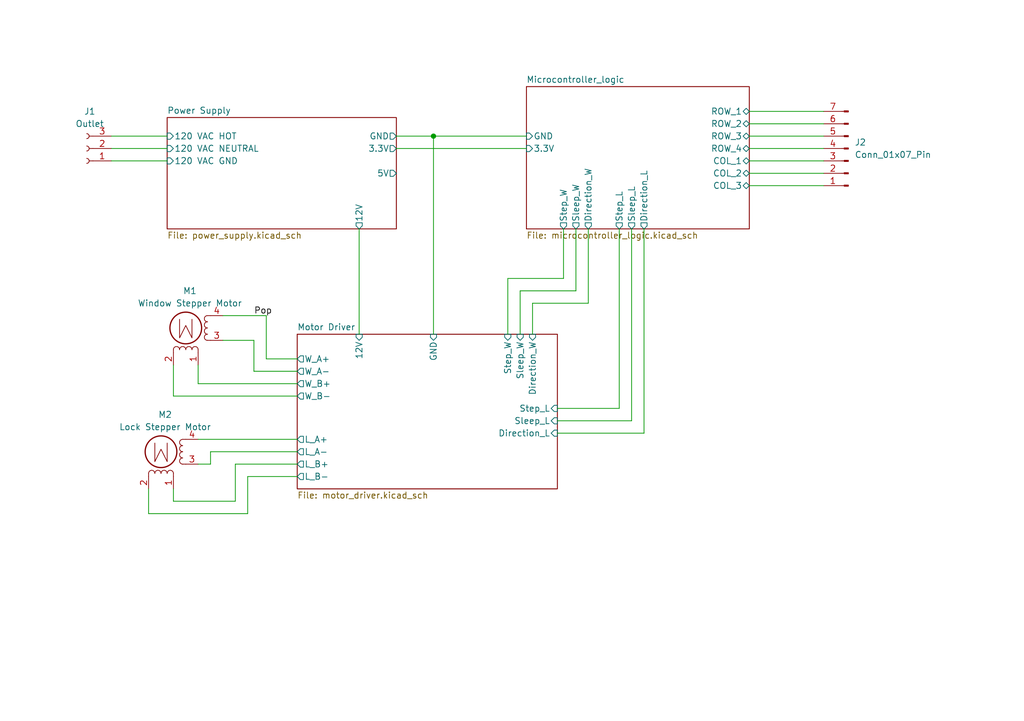
<source format=kicad_sch>
(kicad_sch (version 20231120) (generator "eeschema") (generator_version "8.0")
  (paper "A5")
  (title_block (title "Security System Mega Schematic") (date "2025-02-11") (rev "0"))
  (lib_symbols
    (symbol "Connector:Conn_01x03_Socket" (pin_names (offset 1.016) hide)
      (property "Reference" "J" (at 0 5.08 0))
      (property "Value" "Conn_01x03_Socket" (at 0 -5.08 0))
      (symbol "Conn_01x03_Socket_1_1"
        (arc (start 0 -2.032) (mid -0.5058 -2.54) (end 0 -3.048) (stroke (width 0.1524)))
        (polyline (pts (xy -1.27 -2.54) (xy -0.508 -2.54)) (stroke (width 0.1524)))
        (polyline (pts (xy -1.27 0) (xy -0.508 0)) (stroke (width 0.1524)))
        (polyline (pts (xy -1.27 2.54) (xy -0.508 2.54)) (stroke (width 0.1524)))
        (arc (start 0 0.508) (mid -0.5058 0) (end 0 -0.508) (stroke (width 0.1524)))
        (arc (start 0 3.048) (mid -0.5058 2.54) (end 0 2.032) (stroke (width 0.1524)))
        (pin passive line (at -5.08 2.54 0) (length 3.81) (name "Pin_1") (number "1"))
        (pin passive line (at -5.08 0 0) (length 3.81) (name "Pin_2") (number "2"))
        (pin passive line (at -5.08 -2.54 0) (length 3.81) (name "Pin_3") (number "3"))
      )
    )
    (symbol "Connector:Conn_01x07_Pin" (pin_names (offset 1.016) hide)
      (property "Reference" "J" (at 0 10.16 0))
      (property "Value" "Conn_01x07_Pin" (at 0 -10.16 0))
      (symbol "Conn_01x07_Pin_1_1"
        (polyline (pts (xy 1.27 -7.62) (xy 0.8636 -7.62)) (stroke (width 0.1524)))
        (polyline (pts (xy 1.27 -5.08) (xy 0.8636 -5.08)) (stroke (width 0.1524)))
        (polyline (pts (xy 1.27 -2.54) (xy 0.8636 -2.54)) (stroke (width 0.1524)))
        (polyline (pts (xy 1.27 0) (xy 0.8636 0)) (stroke (width 0.1524)))
        (polyline (pts (xy 1.27 2.54) (xy 0.8636 2.54)) (stroke (width 0.1524)))
        (polyline (pts (xy 1.27 5.08) (xy 0.8636 5.08)) (stroke (width 0.1524)))
        (polyline (pts (xy 1.27 7.62) (xy 0.8636 7.62)) (stroke (width 0.1524)))
        (rectangle (start 0.8636 -7.493) (end 0 -7.747) (stroke (width 0.1524)) (fill (type outline)))
        (rectangle (start 0.8636 -4.953) (end 0 -5.207) (stroke (width 0.1524)) (fill (type outline)))
        (rectangle (start 0.8636 -2.413) (end 0 -2.667) (stroke (width 0.1524)) (fill (type outline)))
        (rectangle (start 0.8636 0.127) (end 0 -0.127) (stroke (width 0.1524)) (fill (type outline)))
        (rectangle (start 0.8636 2.667) (end 0 2.413) (stroke (width 0.1524)) (fill (type outline)))
        (rectangle (start 0.8636 5.207) (end 0 4.953) (stroke (width 0.1524)) (fill (type outline)))
        (rectangle (start 0.8636 7.747) (end 0 7.493) (stroke (width 0.1524)) (fill (type outline)))
        (pin passive line (at 5.08 7.62 180) (length 3.81) (name "Pin_1") (number "1"))
        (pin passive line (at 5.08 5.08 180) (length 3.81) (name "Pin_2") (number "2"))
        (pin passive line (at 5.08 2.54 180) (length 3.81) (name "Pin_3") (number "3"))
        (pin passive line (at 5.08 0 180) (length 3.81) (name "Pin_4") (number "4"))
        (pin passive line (at 5.08 -2.54 180) (length 3.81) (name "Pin_5") (number "5"))
        (pin passive line (at 5.08 -5.08 180) (length 3.81) (name "Pin_6") (number "6"))
        (pin passive line (at 5.08 -7.62 180) (length 3.81) (name "Pin_7") (number "7"))
      )
    )
    (symbol "Motor:Stepper_Motor_bipolar" (pin_names (offset 0) hide)
      (property "Reference" "M" (at 3.81 2.54 0))
      (property "Value" "Stepper_Motor_bipolar" (at 3.81 1.27 0))
      (symbol "Stepper_Motor_bipolar_0_0"
        (polyline (pts (xy -1.27 -1.778) (xy -1.27 2.032) (xy 0 -0.508) (xy 1.27 2.032) (xy 1.27 -1.778)))
      )
      (symbol "Stepper_Motor_bipolar_0_1"
        (arc (start -4.445 -2.54) (mid -3.8127 -1.905) (end -4.445 -1.27))
        (arc (start -4.445 -1.27) (mid -3.8127 -0.635) (end -4.445 0))
        (arc (start -4.445 0) (mid -3.8127 0.635) (end -4.445 1.27))
        (arc (start -4.445 1.27) (mid -3.8127 1.905) (end -4.445 2.54))
        (arc (start -2.54 4.445) (mid -1.905 3.8127) (end -1.27 4.445))
        (arc (start -1.27 4.445) (mid -0.635 3.8127) (end 0 4.445))
        (polyline (pts (xy -5.08 -2.54) (xy -4.445 -2.54)))
        (polyline (pts (xy -5.08 2.54) (xy -4.445 2.54)))
        (polyline (pts (xy -2.54 5.08) (xy -2.54 4.445)))
        (polyline (pts (xy 2.54 5.08) (xy 2.54 4.445)))
        (circle (center 0 0) (radius 3.2512) (stroke (width 0.254)))
        (arc (start 0 4.445) (mid 0.635 3.8127) (end 1.27 4.445))
        (arc (start 1.27 4.445) (mid 1.905 3.8127) (end 2.54 4.445))
      )
      (symbol "Stepper_Motor_bipolar_1_1"
        (pin passive line (at -2.54 7.62 270) (length 2.54) (name "~") (number "1"))
        (pin passive line (at 2.54 7.62 270) (length 2.54) (name "-") (number "2"))
        (pin passive line (at -7.62 2.54 0) (length 2.54) (name "~") (number "3"))
        (pin passive line (at -7.62 -2.54 0) (length 2.54) (name "~") (number "4"))
      )
    )
  )
  (junction (at 88.9 27.94))
  (wire (pts (xy 30.48 105.41) (xy 30.48 100.33)))
  (wire (pts (xy 129.54 86.36) (xy 129.54 46.99)))
  (wire (pts (xy 153.67 22.86) (xy 168.91 22.86)))
  (wire (pts (xy 60.96 97.79) (xy 50.8 97.79)))
  (wire (pts (xy 153.67 38.1) (xy 168.91 38.1)))
  (wire (pts (xy 48.26 95.25) (xy 48.26 102.87)))
  (wire (pts (xy 109.22 62.23) (xy 120.65 62.23)))
  (wire (pts (xy 153.67 35.56) (xy 168.91 35.56)))
  (wire (pts (xy 22.86 30.48) (xy 34.29 30.48)))
  (wire (pts (xy 50.8 97.79) (xy 50.8 105.41)))
  (wire (pts (xy 52.07 76.2) (xy 52.07 69.85)))
  (wire (pts (xy 153.67 27.94) (xy 168.91 27.94)))
  (wire (pts (xy 60.96 73.66) (xy 54.61 73.66)))
  (wire (pts (xy 60.96 81.28) (xy 35.56 81.28)))
  (wire (pts (xy 60.96 76.2) (xy 52.07 76.2)))
  (wire (pts (xy 127 83.82) (xy 127 46.99)))
  (wire (pts (xy 118.11 46.99) (xy 118.11 59.69)))
  (wire (pts (xy 104.14 57.15) (xy 104.14 68.58)))
  (wire (pts (xy 50.8 105.41) (xy 30.48 105.41)))
  (wire (pts (xy 40.64 90.17) (xy 60.96 90.17)))
  (wire (pts (xy 104.14 57.15) (xy 115.57 57.15)))
  (wire (pts (xy 153.67 30.48) (xy 168.91 30.48)))
  (wire (pts (xy 88.9 27.94) (xy 107.95 27.94)))
  (wire (pts (xy 40.64 95.25) (xy 43.18 95.25)))
  (wire (pts (xy 43.18 92.71) (xy 43.18 95.25)))
  (wire (pts (xy 35.56 102.87) (xy 35.56 100.33)))
  (wire (pts (xy 54.61 73.66) (xy 54.61 64.77)))
  (wire (pts (xy 22.86 27.94) (xy 34.29 27.94)))
  (wire (pts (xy 114.3 83.82) (xy 127 83.82)))
  (wire (pts (xy 132.08 46.99) (xy 132.08 88.9)))
  (wire (pts (xy 60.96 95.25) (xy 48.26 95.25)))
  (wire (pts (xy 73.66 46.99) (xy 73.66 68.58)))
  (wire (pts (xy 106.68 59.69) (xy 118.11 59.69)))
  (wire (pts (xy 114.3 88.9) (xy 132.08 88.9)))
  (wire (pts (xy 54.61 64.77) (xy 45.72 64.77)))
  (wire (pts (xy 35.56 81.28) (xy 35.56 74.93)))
  (wire (pts (xy 106.68 68.58) (xy 106.68 59.69)))
  (wire (pts (xy 109.22 68.58) (xy 109.22 62.23)))
  (wire (pts (xy 60.96 78.74) (xy 40.64 78.74)))
  (wire (pts (xy 48.26 102.87) (xy 35.56 102.87)))
  (wire (pts (xy 81.28 27.94) (xy 88.9 27.94)))
  (wire (pts (xy 22.86 33.02) (xy 34.29 33.02)))
  (wire (pts (xy 153.67 25.4) (xy 168.91 25.4)))
  (wire (pts (xy 88.9 27.94) (xy 88.9 68.58)))
  (wire (pts (xy 60.96 92.71) (xy 43.18 92.71)))
  (wire (pts (xy 114.3 86.36) (xy 129.54 86.36)))
  (wire (pts (xy 52.07 69.85) (xy 45.72 69.85)))
  (wire (pts (xy 115.57 57.15) (xy 115.57 46.99)))
  (wire (pts (xy 153.67 33.02) (xy 168.91 33.02)))
  (wire (pts (xy 120.65 46.99) (xy 120.65 62.23)))
  (wire (pts (xy 40.64 78.74) (xy 40.64 74.93)))
  (wire (pts (xy 81.28 30.48) (xy 107.95 30.48)))
  (label "Pop" (at 52.07 64.77 0))
  (symbol (lib_id "Motor:Stepper_Motor_bipolar") (at 38.1 67.31 180) (unit 1)
    (property "Reference" "M1" (at 38.9509 59.69 0))
    (property "Value" "Window Stepper Motor" (at 38.9509 62.23 0))
    (property "Datasheet" "http://www.infineon.com/dgdl/Application-Note-TLE8110EE_driving_UniPolarStepperMotor_V1.1.pdf?fileId=db3a30431be39b97011be5d0aa0a00b0" (effects (hide yes)))
    (property "Description" "4-wire bipolar stepper motor" (effects (hide yes)))
  )
  (symbol (lib_id "Motor:Stepper_Motor_bipolar") (at 33.02 92.71 180) (unit 1)
    (property "Reference" "M2" (at 33.8709 85.09 0))
    (property "Value" "Lock Stepper Motor" (at 33.8709 87.63 0))
    (property "Datasheet" "http://www.infineon.com/dgdl/Application-Note-TLE8110EE_driving_UniPolarStepperMotor_V1.1.pdf?fileId=db3a30431be39b97011be5d0aa0a00b0" (effects (hide yes)))
    (property "Description" "4-wire bipolar stepper motor" (effects (hide yes)))
  )
  (symbol (lib_id "Connector:Conn_01x07_Pin") (at 173.99 30.48 180) (unit 1)
    (property "Reference" "J2" (at 175.26 29.2099 0) (effects (justify right)))
    (property "Value" "Conn_01x07_Pin" (at 175.26 31.7499 0) (effects (justify right)))
    (property "Description" "Generic connector, single row, 01x07, script generated" (effects (hide yes)))
  )
  (symbol (lib_id "Connector:Conn_01x03_Socket") (at 17.78 30.48 180) (unit 1)
    (property "Reference" "J1" (at 18.415 22.86 0))
    (property "Value" "Outlet" (at 18.415 25.4 0))
    (property "Description" "Generic connector, single row, 01x03, script generated" (effects (hide yes)))
  )
  (sheet (at 107.95 17.78) (size 45.72 29.21) (stroke (width 0.1524))
    (property "Sheetname" "Microcontroller_logic" (at 107.95 17.0684 0) (effects (justify left bottom)))
    (property "Sheetfile" "microcontroller_logic.kicad_sch" (at 107.95 47.5746 0) (effects (justify left top)))
    (pin "3.3V" input (at 107.95 30.48 180))
    (pin "GND" input (at 107.95 27.94 180))
    (pin "Step_W" output (at 115.57 46.99 270))
    (pin "Direction_W" output (at 120.65 46.99 270))
    (pin "Direction_L" output (at 132.08 46.99 270))
    (pin "Step_L" output (at 127 46.99 270))
    (pin "Sleep_W" output (at 118.11 46.99 270))
    (pin "Sleep_L" output (at 129.54 46.99 270))
    (pin "COL_3" bidirectional (at 153.67 38.1 0))
    (pin "COL_1" bidirectional (at 153.67 33.02 0))
    (pin "ROW_4" bidirectional (at 153.67 30.48 0))
    (pin "COL_2" bidirectional (at 153.67 35.56 0))
    (pin "ROW_3" bidirectional (at 153.67 27.94 0))
    (pin "ROW_2" bidirectional (at 153.67 25.4 0))
    (pin "ROW_1" bidirectional (at 153.67 22.86 0))
  )
  (sheet (at 60.96 68.58) (size 53.34 31.75) (stroke (width 0.1524))
    (property "Sheetname" "Motor Driver" (at 60.96 67.8684 0) (effects (justify left bottom)))
    (property "Sheetfile" "motor_driver.kicad_sch" (at 60.96 100.9146 0) (effects (justify left top)))
    (pin "Direction_L" input (at 114.3 88.9 0))
    (pin "Sleep_W" input (at 106.68 68.58 90))
    (pin "Direction_W" input (at 109.22 68.58 90))
    (pin "Sleep_L" input (at 114.3 86.36 0))
    (pin "Step_L" input (at 114.3 83.82 0))
    (pin "Step_W" input (at 104.14 68.58 90))
    (pin "GND" input (at 88.9 68.58 90))
    (pin "12V" input (at 73.66 68.58 90))
    (pin "L_A+" output (at 60.96 90.17 180))
    (pin "L_B+" output (at 60.96 95.25 180))
    (pin "L_A-" output (at 60.96 92.71 180))
    (pin "L_B-" output (at 60.96 97.79 180))
    (pin "W_A-" output (at 60.96 76.2 180))
    (pin "W_A+" output (at 60.96 73.66 180))
    (pin "W_B+" output (at 60.96 78.74 180))
    (pin "W_B-" output (at 60.96 81.28 180))
  )
  (sheet (at 34.29 24.13) (size 46.99 22.86) (stroke (width 0.1524))
    (property "Sheetname" "Power Supply" (at 34.29 23.4184 0) (effects (justify left bottom)))
    (property "Sheetfile" "power_supply.kicad_sch" (at 34.29 47.5746 0) (effects (justify left top)))
    (pin "120 VAC HOT" input (at 34.29 27.94 180))
    (pin "120 VAC GND" input (at 34.29 33.02 180))
    (pin "120 VAC NEUTRAL" input (at 34.29 30.48 180))
    (pin "GND" output (at 81.28 27.94 0))
    (pin "5V" output (at 81.28 35.56 0))
    (pin "3.3V" output (at 81.28 30.48 0))
    (pin "12V" output (at 73.66 46.99 270))
  )
)
</source>
